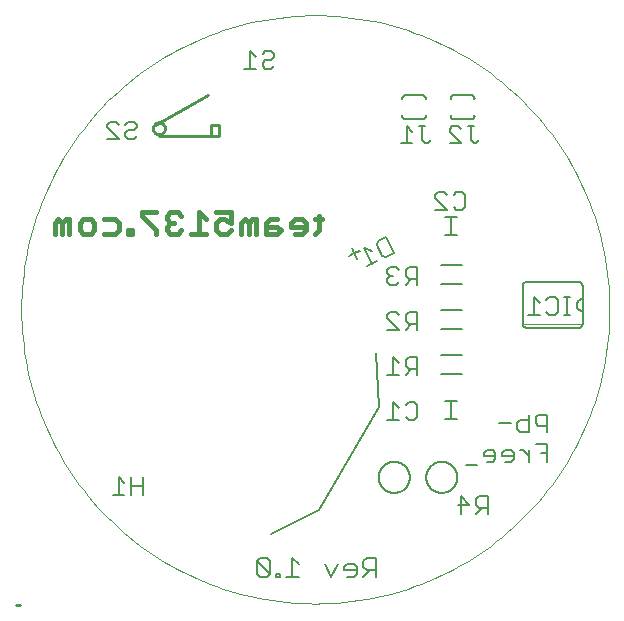
<source format=gbo>
G75*
%MOIN*%
%OFA0B0*%
%FSLAX25Y25*%
%IPPOS*%
%LPD*%
%AMOC8*
5,1,8,0,0,1.08239X$1,22.5*
%
%ADD10C,0.00197*%
%ADD11C,0.00800*%
%ADD12C,0.01600*%
%ADD13C,0.01000*%
%ADD14C,0.00500*%
%ADD15C,0.00600*%
%ADD16C,0.00200*%
D10*
X0003144Y0099925D02*
X0003174Y0102331D01*
X0003262Y0104735D01*
X0003410Y0107137D01*
X0003616Y0109534D01*
X0003881Y0111925D01*
X0004205Y0114309D01*
X0004587Y0116685D01*
X0005028Y0119050D01*
X0005526Y0121404D01*
X0006082Y0123745D01*
X0006695Y0126071D01*
X0007365Y0128382D01*
X0008092Y0130676D01*
X0008874Y0132951D01*
X0009713Y0135206D01*
X0010606Y0137440D01*
X0011554Y0139651D01*
X0012556Y0141839D01*
X0013611Y0144001D01*
X0014719Y0146136D01*
X0015880Y0148244D01*
X0017091Y0150323D01*
X0018353Y0152371D01*
X0019665Y0154388D01*
X0021026Y0156372D01*
X0022436Y0158322D01*
X0023893Y0160237D01*
X0025396Y0162115D01*
X0026945Y0163956D01*
X0028539Y0165759D01*
X0030176Y0167521D01*
X0031857Y0169243D01*
X0033579Y0170924D01*
X0035341Y0172561D01*
X0037144Y0174155D01*
X0038985Y0175704D01*
X0040863Y0177207D01*
X0042778Y0178664D01*
X0044728Y0180074D01*
X0046712Y0181435D01*
X0048729Y0182747D01*
X0050777Y0184009D01*
X0052856Y0185220D01*
X0054964Y0186381D01*
X0057099Y0187489D01*
X0059261Y0188544D01*
X0061449Y0189546D01*
X0063660Y0190494D01*
X0065894Y0191387D01*
X0068149Y0192226D01*
X0070424Y0193008D01*
X0072718Y0193735D01*
X0075029Y0194405D01*
X0077355Y0195018D01*
X0079696Y0195574D01*
X0082050Y0196072D01*
X0084415Y0196513D01*
X0086791Y0196895D01*
X0089175Y0197219D01*
X0091566Y0197484D01*
X0093963Y0197690D01*
X0096365Y0197838D01*
X0098769Y0197926D01*
X0101175Y0197956D01*
X0103581Y0197926D01*
X0105985Y0197838D01*
X0108387Y0197690D01*
X0110784Y0197484D01*
X0113175Y0197219D01*
X0115559Y0196895D01*
X0117935Y0196513D01*
X0120300Y0196072D01*
X0122654Y0195574D01*
X0124995Y0195018D01*
X0127321Y0194405D01*
X0129632Y0193735D01*
X0131926Y0193008D01*
X0134201Y0192226D01*
X0136456Y0191387D01*
X0138690Y0190494D01*
X0140901Y0189546D01*
X0143089Y0188544D01*
X0145251Y0187489D01*
X0147386Y0186381D01*
X0149494Y0185220D01*
X0151573Y0184009D01*
X0153621Y0182747D01*
X0155638Y0181435D01*
X0157622Y0180074D01*
X0159572Y0178664D01*
X0161487Y0177207D01*
X0163365Y0175704D01*
X0165206Y0174155D01*
X0167009Y0172561D01*
X0168771Y0170924D01*
X0170493Y0169243D01*
X0172174Y0167521D01*
X0173811Y0165759D01*
X0175405Y0163956D01*
X0176954Y0162115D01*
X0178457Y0160237D01*
X0179914Y0158322D01*
X0181324Y0156372D01*
X0182685Y0154388D01*
X0183997Y0152371D01*
X0185259Y0150323D01*
X0186470Y0148244D01*
X0187631Y0146136D01*
X0188739Y0144001D01*
X0189794Y0141839D01*
X0190796Y0139651D01*
X0191744Y0137440D01*
X0192637Y0135206D01*
X0193476Y0132951D01*
X0194258Y0130676D01*
X0194985Y0128382D01*
X0195655Y0126071D01*
X0196268Y0123745D01*
X0196824Y0121404D01*
X0197322Y0119050D01*
X0197763Y0116685D01*
X0198145Y0114309D01*
X0198469Y0111925D01*
X0198734Y0109534D01*
X0198940Y0107137D01*
X0199088Y0104735D01*
X0199176Y0102331D01*
X0199206Y0099925D01*
X0199176Y0097519D01*
X0199088Y0095115D01*
X0198940Y0092713D01*
X0198734Y0090316D01*
X0198469Y0087925D01*
X0198145Y0085541D01*
X0197763Y0083165D01*
X0197322Y0080800D01*
X0196824Y0078446D01*
X0196268Y0076105D01*
X0195655Y0073779D01*
X0194985Y0071468D01*
X0194258Y0069174D01*
X0193476Y0066899D01*
X0192637Y0064644D01*
X0191744Y0062410D01*
X0190796Y0060199D01*
X0189794Y0058011D01*
X0188739Y0055849D01*
X0187631Y0053714D01*
X0186470Y0051606D01*
X0185259Y0049527D01*
X0183997Y0047479D01*
X0182685Y0045462D01*
X0181324Y0043478D01*
X0179914Y0041528D01*
X0178457Y0039613D01*
X0176954Y0037735D01*
X0175405Y0035894D01*
X0173811Y0034091D01*
X0172174Y0032329D01*
X0170493Y0030607D01*
X0168771Y0028926D01*
X0167009Y0027289D01*
X0165206Y0025695D01*
X0163365Y0024146D01*
X0161487Y0022643D01*
X0159572Y0021186D01*
X0157622Y0019776D01*
X0155638Y0018415D01*
X0153621Y0017103D01*
X0151573Y0015841D01*
X0149494Y0014630D01*
X0147386Y0013469D01*
X0145251Y0012361D01*
X0143089Y0011306D01*
X0140901Y0010304D01*
X0138690Y0009356D01*
X0136456Y0008463D01*
X0134201Y0007624D01*
X0131926Y0006842D01*
X0129632Y0006115D01*
X0127321Y0005445D01*
X0124995Y0004832D01*
X0122654Y0004276D01*
X0120300Y0003778D01*
X0117935Y0003337D01*
X0115559Y0002955D01*
X0113175Y0002631D01*
X0110784Y0002366D01*
X0108387Y0002160D01*
X0105985Y0002012D01*
X0103581Y0001924D01*
X0101175Y0001894D01*
X0098769Y0001924D01*
X0096365Y0002012D01*
X0093963Y0002160D01*
X0091566Y0002366D01*
X0089175Y0002631D01*
X0086791Y0002955D01*
X0084415Y0003337D01*
X0082050Y0003778D01*
X0079696Y0004276D01*
X0077355Y0004832D01*
X0075029Y0005445D01*
X0072718Y0006115D01*
X0070424Y0006842D01*
X0068149Y0007624D01*
X0065894Y0008463D01*
X0063660Y0009356D01*
X0061449Y0010304D01*
X0059261Y0011306D01*
X0057099Y0012361D01*
X0054964Y0013469D01*
X0052856Y0014630D01*
X0050777Y0015841D01*
X0048729Y0017103D01*
X0046712Y0018415D01*
X0044728Y0019776D01*
X0042778Y0021186D01*
X0040863Y0022643D01*
X0038985Y0024146D01*
X0037144Y0025695D01*
X0035341Y0027289D01*
X0033579Y0028926D01*
X0031857Y0030607D01*
X0030176Y0032329D01*
X0028539Y0034091D01*
X0026945Y0035894D01*
X0025396Y0037735D01*
X0023893Y0039613D01*
X0022436Y0041528D01*
X0021026Y0043478D01*
X0019665Y0045462D01*
X0018353Y0047479D01*
X0017091Y0049527D01*
X0015880Y0051606D01*
X0014719Y0053714D01*
X0013611Y0055849D01*
X0012556Y0058011D01*
X0011554Y0060199D01*
X0010606Y0062410D01*
X0009713Y0064644D01*
X0008874Y0066899D01*
X0008092Y0069174D01*
X0007365Y0071468D01*
X0006695Y0073779D01*
X0006082Y0076105D01*
X0005526Y0078446D01*
X0005028Y0080800D01*
X0004587Y0083165D01*
X0004205Y0085541D01*
X0003881Y0087925D01*
X0003616Y0090316D01*
X0003410Y0092713D01*
X0003262Y0095115D01*
X0003174Y0097519D01*
X0003144Y0099925D01*
D11*
X0031684Y0156713D02*
X0035554Y0156713D01*
X0031684Y0160583D01*
X0031684Y0161550D01*
X0032652Y0162518D01*
X0034587Y0162518D01*
X0035554Y0161550D01*
X0037762Y0161550D02*
X0038729Y0162518D01*
X0040664Y0162518D01*
X0041631Y0161550D01*
X0041631Y0160583D01*
X0040664Y0159615D01*
X0038729Y0159615D01*
X0037762Y0158648D01*
X0037762Y0157680D01*
X0038729Y0156713D01*
X0040664Y0156713D01*
X0041631Y0157680D01*
X0077482Y0180119D02*
X0081352Y0180119D01*
X0079417Y0180119D02*
X0079417Y0185923D01*
X0081352Y0183988D01*
X0083559Y0184956D02*
X0084526Y0185923D01*
X0086461Y0185923D01*
X0087429Y0184956D01*
X0087429Y0183988D01*
X0086461Y0183021D01*
X0084526Y0183021D01*
X0083559Y0182053D01*
X0083559Y0181086D01*
X0084526Y0180119D01*
X0086461Y0180119D01*
X0087429Y0181086D01*
X0129637Y0155276D02*
X0133507Y0155276D01*
X0131572Y0155276D02*
X0131572Y0161081D01*
X0133507Y0159146D01*
X0135714Y0161081D02*
X0137649Y0161081D01*
X0136682Y0161081D02*
X0136682Y0156243D01*
X0137649Y0155276D01*
X0138617Y0155276D01*
X0139584Y0156243D01*
X0145887Y0155276D02*
X0149757Y0155276D01*
X0145887Y0159146D01*
X0145887Y0160113D01*
X0146855Y0161081D01*
X0148790Y0161081D01*
X0149757Y0160113D01*
X0151964Y0161081D02*
X0153899Y0161081D01*
X0152932Y0161081D02*
X0152932Y0156243D01*
X0153899Y0155276D01*
X0154867Y0155276D01*
X0155834Y0156243D01*
X0153400Y0163439D02*
X0147100Y0163439D01*
X0147100Y0163438D02*
X0147041Y0163452D01*
X0146983Y0163469D01*
X0146926Y0163490D01*
X0146870Y0163514D01*
X0146816Y0163542D01*
X0146764Y0163572D01*
X0146713Y0163606D01*
X0146665Y0163643D01*
X0146619Y0163682D01*
X0146576Y0163725D01*
X0146535Y0163769D01*
X0146497Y0163817D01*
X0146462Y0163866D01*
X0146430Y0163918D01*
X0146401Y0163971D01*
X0146375Y0164026D01*
X0146353Y0164082D01*
X0146334Y0164140D01*
X0146318Y0164199D01*
X0146307Y0164258D01*
X0146298Y0164318D01*
X0146294Y0164379D01*
X0146293Y0164439D01*
X0146296Y0164500D01*
X0146302Y0164560D01*
X0146312Y0164620D01*
X0146312Y0170132D02*
X0146302Y0170192D01*
X0146296Y0170252D01*
X0146293Y0170313D01*
X0146294Y0170373D01*
X0146298Y0170434D01*
X0146307Y0170494D01*
X0146318Y0170553D01*
X0146334Y0170612D01*
X0146353Y0170670D01*
X0146375Y0170726D01*
X0146401Y0170781D01*
X0146430Y0170834D01*
X0146462Y0170886D01*
X0146497Y0170935D01*
X0146535Y0170983D01*
X0146576Y0171027D01*
X0146619Y0171070D01*
X0146665Y0171109D01*
X0146713Y0171146D01*
X0146764Y0171180D01*
X0146816Y0171210D01*
X0146870Y0171238D01*
X0146926Y0171262D01*
X0146983Y0171283D01*
X0147041Y0171300D01*
X0147100Y0171314D01*
X0147100Y0171313D02*
X0153400Y0171313D01*
X0153400Y0171314D02*
X0153459Y0171300D01*
X0153517Y0171283D01*
X0153574Y0171262D01*
X0153630Y0171238D01*
X0153684Y0171210D01*
X0153736Y0171180D01*
X0153787Y0171146D01*
X0153835Y0171109D01*
X0153881Y0171070D01*
X0153924Y0171027D01*
X0153965Y0170983D01*
X0154003Y0170935D01*
X0154038Y0170886D01*
X0154070Y0170834D01*
X0154099Y0170781D01*
X0154125Y0170726D01*
X0154147Y0170670D01*
X0154166Y0170612D01*
X0154182Y0170553D01*
X0154193Y0170494D01*
X0154202Y0170434D01*
X0154206Y0170373D01*
X0154207Y0170313D01*
X0154204Y0170252D01*
X0154198Y0170192D01*
X0154188Y0170132D01*
X0154188Y0164620D02*
X0154198Y0164560D01*
X0154204Y0164500D01*
X0154207Y0164439D01*
X0154206Y0164379D01*
X0154202Y0164318D01*
X0154193Y0164258D01*
X0154182Y0164199D01*
X0154166Y0164140D01*
X0154147Y0164082D01*
X0154125Y0164026D01*
X0154099Y0163971D01*
X0154070Y0163918D01*
X0154038Y0163866D01*
X0154003Y0163817D01*
X0153965Y0163769D01*
X0153924Y0163725D01*
X0153881Y0163682D01*
X0153835Y0163643D01*
X0153787Y0163606D01*
X0153736Y0163572D01*
X0153684Y0163542D01*
X0153630Y0163514D01*
X0153574Y0163490D01*
X0153517Y0163469D01*
X0153459Y0163452D01*
X0153400Y0163438D01*
X0137150Y0163439D02*
X0130850Y0163439D01*
X0130850Y0163438D02*
X0130791Y0163452D01*
X0130733Y0163469D01*
X0130676Y0163490D01*
X0130620Y0163514D01*
X0130566Y0163542D01*
X0130514Y0163572D01*
X0130463Y0163606D01*
X0130415Y0163643D01*
X0130369Y0163682D01*
X0130326Y0163725D01*
X0130285Y0163769D01*
X0130247Y0163817D01*
X0130212Y0163866D01*
X0130180Y0163918D01*
X0130151Y0163971D01*
X0130125Y0164026D01*
X0130103Y0164082D01*
X0130084Y0164140D01*
X0130068Y0164199D01*
X0130057Y0164258D01*
X0130048Y0164318D01*
X0130044Y0164379D01*
X0130043Y0164439D01*
X0130046Y0164500D01*
X0130052Y0164560D01*
X0130062Y0164620D01*
X0130062Y0170132D02*
X0130052Y0170192D01*
X0130046Y0170252D01*
X0130043Y0170313D01*
X0130044Y0170373D01*
X0130048Y0170434D01*
X0130057Y0170494D01*
X0130068Y0170553D01*
X0130084Y0170612D01*
X0130103Y0170670D01*
X0130125Y0170726D01*
X0130151Y0170781D01*
X0130180Y0170834D01*
X0130212Y0170886D01*
X0130247Y0170935D01*
X0130285Y0170983D01*
X0130326Y0171027D01*
X0130369Y0171070D01*
X0130415Y0171109D01*
X0130463Y0171146D01*
X0130514Y0171180D01*
X0130566Y0171210D01*
X0130620Y0171238D01*
X0130676Y0171262D01*
X0130733Y0171283D01*
X0130791Y0171300D01*
X0130850Y0171314D01*
X0130850Y0171313D02*
X0137150Y0171313D01*
X0137150Y0171314D02*
X0137209Y0171300D01*
X0137267Y0171283D01*
X0137324Y0171262D01*
X0137380Y0171238D01*
X0137434Y0171210D01*
X0137486Y0171180D01*
X0137537Y0171146D01*
X0137585Y0171109D01*
X0137631Y0171070D01*
X0137674Y0171027D01*
X0137715Y0170983D01*
X0137753Y0170935D01*
X0137788Y0170886D01*
X0137820Y0170834D01*
X0137849Y0170781D01*
X0137875Y0170726D01*
X0137897Y0170670D01*
X0137916Y0170612D01*
X0137932Y0170553D01*
X0137943Y0170494D01*
X0137952Y0170434D01*
X0137956Y0170373D01*
X0137957Y0170313D01*
X0137954Y0170252D01*
X0137948Y0170192D01*
X0137938Y0170132D01*
X0137938Y0164620D02*
X0137948Y0164560D01*
X0137954Y0164500D01*
X0137957Y0164439D01*
X0137956Y0164379D01*
X0137952Y0164318D01*
X0137943Y0164258D01*
X0137932Y0164199D01*
X0137916Y0164140D01*
X0137897Y0164082D01*
X0137875Y0164026D01*
X0137849Y0163971D01*
X0137820Y0163918D01*
X0137788Y0163866D01*
X0137753Y0163817D01*
X0137715Y0163769D01*
X0137674Y0163725D01*
X0137631Y0163682D01*
X0137585Y0163643D01*
X0137537Y0163606D01*
X0137486Y0163572D01*
X0137434Y0163542D01*
X0137380Y0163514D01*
X0137324Y0163490D01*
X0137267Y0163469D01*
X0137209Y0163452D01*
X0137150Y0163438D01*
X0142120Y0138955D02*
X0144055Y0138955D01*
X0145023Y0137987D01*
X0147230Y0137987D02*
X0148198Y0138955D01*
X0150133Y0138955D01*
X0151100Y0137987D01*
X0151100Y0134117D01*
X0150133Y0133150D01*
X0148198Y0133150D01*
X0147230Y0134117D01*
X0145023Y0133150D02*
X0141153Y0137020D01*
X0141153Y0137987D01*
X0142120Y0138955D01*
X0141153Y0133150D02*
X0145023Y0133150D01*
X0135116Y0113955D02*
X0132213Y0113955D01*
X0131246Y0112987D01*
X0131246Y0111052D01*
X0132213Y0110085D01*
X0135116Y0110085D01*
X0135116Y0108150D02*
X0135116Y0113955D01*
X0133181Y0110085D02*
X0131246Y0108150D01*
X0129039Y0109117D02*
X0128071Y0108150D01*
X0126136Y0108150D01*
X0125169Y0109117D01*
X0125169Y0110085D01*
X0126136Y0111052D01*
X0127104Y0111052D01*
X0126136Y0111052D02*
X0125169Y0112020D01*
X0125169Y0112987D01*
X0126136Y0113955D01*
X0128071Y0113955D01*
X0129039Y0112987D01*
X0127214Y0118727D02*
X0124616Y0117432D01*
X0123319Y0117866D01*
X0121592Y0121329D01*
X0122026Y0122627D01*
X0124623Y0123922D01*
X0127214Y0118727D01*
X0121775Y0116015D02*
X0118312Y0114288D01*
X0120043Y0115152D02*
X0117453Y0120347D01*
X0120048Y0119478D01*
X0126136Y0098955D02*
X0125169Y0097987D01*
X0125169Y0097020D01*
X0129039Y0093150D01*
X0125169Y0093150D01*
X0126136Y0098955D02*
X0128071Y0098955D01*
X0129039Y0097987D01*
X0131246Y0097987D02*
X0131246Y0096052D01*
X0132213Y0095085D01*
X0135116Y0095085D01*
X0135116Y0093150D02*
X0135116Y0098955D01*
X0132213Y0098955D01*
X0131246Y0097987D01*
X0133181Y0095085D02*
X0131246Y0093150D01*
X0132213Y0083955D02*
X0131246Y0082987D01*
X0131246Y0081052D01*
X0132213Y0080085D01*
X0135116Y0080085D01*
X0135116Y0078150D02*
X0135116Y0083955D01*
X0132213Y0083955D01*
X0129039Y0082020D02*
X0127104Y0083955D01*
X0127104Y0078150D01*
X0129039Y0078150D02*
X0125169Y0078150D01*
X0131246Y0078150D02*
X0133181Y0080085D01*
X0134148Y0068955D02*
X0132213Y0068955D01*
X0131246Y0067987D01*
X0129039Y0067020D02*
X0127104Y0068955D01*
X0127104Y0063150D01*
X0129039Y0063150D02*
X0125169Y0063150D01*
X0131246Y0064117D02*
X0132213Y0063150D01*
X0134148Y0063150D01*
X0135116Y0064117D01*
X0135116Y0067987D01*
X0134148Y0068955D01*
X0151249Y0048220D02*
X0155119Y0048220D01*
X0158294Y0049187D02*
X0160229Y0049187D01*
X0161196Y0050155D01*
X0161196Y0052090D01*
X0160229Y0053057D01*
X0158294Y0053057D01*
X0157326Y0052090D01*
X0157326Y0051122D01*
X0161196Y0051122D01*
X0163403Y0051122D02*
X0167273Y0051122D01*
X0167273Y0050155D02*
X0167273Y0052090D01*
X0166306Y0053057D01*
X0164371Y0053057D01*
X0163403Y0052090D01*
X0163403Y0051122D01*
X0164371Y0049187D02*
X0166306Y0049187D01*
X0167273Y0050155D01*
X0169435Y0053057D02*
X0170403Y0053057D01*
X0172338Y0051122D01*
X0172338Y0049187D02*
X0172338Y0053057D01*
X0174545Y0054992D02*
X0178415Y0054992D01*
X0178415Y0049187D01*
X0178415Y0052090D02*
X0176480Y0052090D01*
X0178415Y0059087D02*
X0178415Y0064892D01*
X0175512Y0064892D01*
X0174545Y0063925D01*
X0174545Y0061990D01*
X0175512Y0061022D01*
X0178415Y0061022D01*
X0172338Y0059087D02*
X0169435Y0059087D01*
X0168468Y0060055D01*
X0168468Y0061990D01*
X0169435Y0062957D01*
X0172338Y0062957D01*
X0172338Y0064892D02*
X0172338Y0059087D01*
X0166261Y0061990D02*
X0162391Y0061990D01*
X0158600Y0037705D02*
X0155698Y0037705D01*
X0154730Y0036737D01*
X0154730Y0034802D01*
X0155698Y0033835D01*
X0158600Y0033835D01*
X0156665Y0033835D02*
X0154730Y0031900D01*
X0152523Y0034802D02*
X0148653Y0034802D01*
X0149620Y0031900D02*
X0149620Y0037705D01*
X0152523Y0034802D01*
X0158600Y0031900D02*
X0158600Y0037705D01*
X0172101Y0098150D02*
X0175971Y0098150D01*
X0174036Y0098150D02*
X0174036Y0103955D01*
X0175971Y0102020D01*
X0178179Y0102987D02*
X0179146Y0103955D01*
X0181081Y0103955D01*
X0182049Y0102987D01*
X0182049Y0099117D01*
X0181081Y0098150D01*
X0179146Y0098150D01*
X0178179Y0099117D01*
X0184165Y0098150D02*
X0186100Y0098150D01*
X0185133Y0098150D02*
X0185133Y0103955D01*
X0186100Y0103955D02*
X0184165Y0103955D01*
X0043600Y0043955D02*
X0043600Y0038150D01*
X0043600Y0041052D02*
X0039730Y0041052D01*
X0037523Y0042020D02*
X0035588Y0043955D01*
X0035588Y0038150D01*
X0037523Y0038150D02*
X0033653Y0038150D01*
X0039730Y0038150D02*
X0039730Y0043955D01*
D12*
X0039916Y0125050D02*
X0038681Y0125050D01*
X0038681Y0126284D01*
X0039916Y0126284D01*
X0039916Y0125050D01*
X0035772Y0126284D02*
X0035772Y0128753D01*
X0034538Y0129988D01*
X0030835Y0129988D01*
X0027485Y0128753D02*
X0027485Y0126284D01*
X0026251Y0125050D01*
X0023782Y0125050D01*
X0022548Y0126284D01*
X0022548Y0128753D01*
X0023782Y0129988D01*
X0026251Y0129988D01*
X0027485Y0128753D01*
X0030835Y0125050D02*
X0034538Y0125050D01*
X0035772Y0126284D01*
X0043265Y0131222D02*
X0048203Y0126284D01*
X0048203Y0125050D01*
X0051552Y0126284D02*
X0051552Y0127519D01*
X0052787Y0128753D01*
X0054021Y0128753D01*
X0052787Y0128753D02*
X0051552Y0129988D01*
X0051552Y0131222D01*
X0052787Y0132456D01*
X0055255Y0132456D01*
X0056490Y0131222D01*
X0056490Y0126284D02*
X0055255Y0125050D01*
X0052787Y0125050D01*
X0051552Y0126284D01*
X0048203Y0132456D02*
X0043265Y0132456D01*
X0043265Y0131222D01*
X0059839Y0125050D02*
X0064777Y0125050D01*
X0062308Y0125050D02*
X0062308Y0132456D01*
X0064777Y0129988D01*
X0068126Y0128753D02*
X0068126Y0126284D01*
X0069361Y0125050D01*
X0071830Y0125050D01*
X0073064Y0126284D01*
X0073064Y0128753D02*
X0070595Y0129988D01*
X0069361Y0129988D01*
X0068126Y0128753D01*
X0068126Y0132456D02*
X0073064Y0132456D01*
X0073064Y0128753D01*
X0076414Y0128753D02*
X0076414Y0125050D01*
X0078882Y0125050D02*
X0078882Y0128753D01*
X0077648Y0129988D01*
X0076414Y0128753D01*
X0078882Y0128753D02*
X0080117Y0129988D01*
X0081351Y0129988D01*
X0081351Y0125050D01*
X0084701Y0125050D02*
X0088404Y0125050D01*
X0089638Y0126284D01*
X0088404Y0127519D01*
X0084701Y0127519D01*
X0084701Y0128753D02*
X0084701Y0125050D01*
X0084701Y0128753D02*
X0085935Y0129988D01*
X0088404Y0129988D01*
X0092988Y0128753D02*
X0092988Y0127519D01*
X0097925Y0127519D01*
X0097925Y0128753D02*
X0096691Y0129988D01*
X0094222Y0129988D01*
X0092988Y0128753D01*
X0094222Y0125050D02*
X0096691Y0125050D01*
X0097925Y0126284D01*
X0097925Y0128753D01*
X0100981Y0129988D02*
X0103450Y0129988D01*
X0102216Y0131222D02*
X0102216Y0126284D01*
X0100981Y0125050D01*
X0019198Y0125050D02*
X0019198Y0129988D01*
X0017964Y0129988D01*
X0016729Y0128753D01*
X0015495Y0129988D01*
X0014260Y0128753D01*
X0014260Y0125050D01*
X0016729Y0125050D02*
X0016729Y0128753D01*
D13*
X0002750Y0001500D02*
X0001500Y0001500D01*
X0049000Y0157750D02*
X0066500Y0157750D01*
X0066500Y0161500D01*
X0069000Y0161500D01*
X0069000Y0157750D01*
X0066500Y0157750D01*
X0065250Y0171500D02*
X0047750Y0161500D01*
X0047000Y0160250D02*
X0047002Y0160339D01*
X0047008Y0160428D01*
X0047018Y0160517D01*
X0047032Y0160605D01*
X0047049Y0160692D01*
X0047071Y0160778D01*
X0047097Y0160864D01*
X0047126Y0160948D01*
X0047159Y0161031D01*
X0047195Y0161112D01*
X0047236Y0161192D01*
X0047279Y0161269D01*
X0047326Y0161345D01*
X0047377Y0161418D01*
X0047430Y0161489D01*
X0047487Y0161558D01*
X0047547Y0161624D01*
X0047610Y0161688D01*
X0047675Y0161748D01*
X0047743Y0161806D01*
X0047814Y0161860D01*
X0047887Y0161911D01*
X0047962Y0161959D01*
X0048039Y0162004D01*
X0048118Y0162045D01*
X0048199Y0162082D01*
X0048281Y0162116D01*
X0048365Y0162147D01*
X0048450Y0162173D01*
X0048536Y0162196D01*
X0048623Y0162214D01*
X0048711Y0162229D01*
X0048800Y0162240D01*
X0048889Y0162247D01*
X0048978Y0162250D01*
X0049067Y0162249D01*
X0049156Y0162244D01*
X0049244Y0162235D01*
X0049333Y0162222D01*
X0049420Y0162205D01*
X0049507Y0162185D01*
X0049593Y0162160D01*
X0049677Y0162132D01*
X0049760Y0162100D01*
X0049842Y0162064D01*
X0049922Y0162025D01*
X0050000Y0161982D01*
X0050076Y0161936D01*
X0050150Y0161886D01*
X0050222Y0161833D01*
X0050291Y0161777D01*
X0050358Y0161718D01*
X0050422Y0161656D01*
X0050483Y0161592D01*
X0050542Y0161524D01*
X0050597Y0161454D01*
X0050649Y0161382D01*
X0050698Y0161307D01*
X0050743Y0161231D01*
X0050785Y0161152D01*
X0050823Y0161072D01*
X0050858Y0160990D01*
X0050889Y0160906D01*
X0050917Y0160821D01*
X0050940Y0160735D01*
X0050960Y0160648D01*
X0050976Y0160561D01*
X0050988Y0160472D01*
X0050996Y0160384D01*
X0051000Y0160295D01*
X0051000Y0160205D01*
X0050996Y0160116D01*
X0050988Y0160028D01*
X0050976Y0159939D01*
X0050960Y0159852D01*
X0050940Y0159765D01*
X0050917Y0159679D01*
X0050889Y0159594D01*
X0050858Y0159510D01*
X0050823Y0159428D01*
X0050785Y0159348D01*
X0050743Y0159269D01*
X0050698Y0159193D01*
X0050649Y0159118D01*
X0050597Y0159046D01*
X0050542Y0158976D01*
X0050483Y0158908D01*
X0050422Y0158844D01*
X0050358Y0158782D01*
X0050291Y0158723D01*
X0050222Y0158667D01*
X0050150Y0158614D01*
X0050076Y0158564D01*
X0050000Y0158518D01*
X0049922Y0158475D01*
X0049842Y0158436D01*
X0049760Y0158400D01*
X0049677Y0158368D01*
X0049593Y0158340D01*
X0049507Y0158315D01*
X0049420Y0158295D01*
X0049333Y0158278D01*
X0049244Y0158265D01*
X0049156Y0158256D01*
X0049067Y0158251D01*
X0048978Y0158250D01*
X0048889Y0158253D01*
X0048800Y0158260D01*
X0048711Y0158271D01*
X0048623Y0158286D01*
X0048536Y0158304D01*
X0048450Y0158327D01*
X0048365Y0158353D01*
X0048281Y0158384D01*
X0048199Y0158418D01*
X0048118Y0158455D01*
X0048039Y0158496D01*
X0047962Y0158541D01*
X0047887Y0158589D01*
X0047814Y0158640D01*
X0047743Y0158694D01*
X0047675Y0158752D01*
X0047610Y0158812D01*
X0047547Y0158876D01*
X0047487Y0158942D01*
X0047430Y0159011D01*
X0047377Y0159082D01*
X0047326Y0159155D01*
X0047279Y0159231D01*
X0047236Y0159308D01*
X0047195Y0159388D01*
X0047159Y0159469D01*
X0047126Y0159552D01*
X0047097Y0159636D01*
X0047071Y0159722D01*
X0047049Y0159808D01*
X0047032Y0159895D01*
X0047018Y0159983D01*
X0047008Y0160072D01*
X0047002Y0160161D01*
X0047000Y0160250D01*
D14*
X0113294Y0120413D02*
X0114120Y0118591D01*
X0115941Y0119417D01*
X0114120Y0118591D02*
X0112298Y0117765D01*
X0114120Y0118591D02*
X0114946Y0116770D01*
X0144500Y0124750D02*
X0146500Y0124750D01*
X0148500Y0124750D01*
X0146500Y0124750D02*
X0146500Y0130750D01*
X0144500Y0130750D01*
X0146500Y0130750D02*
X0148500Y0130750D01*
X0121231Y0085561D02*
X0122391Y0067570D01*
X0102391Y0032929D01*
X0086231Y0024939D01*
X0122260Y0044000D02*
X0122262Y0044144D01*
X0122268Y0044287D01*
X0122278Y0044430D01*
X0122292Y0044573D01*
X0122310Y0044716D01*
X0122331Y0044858D01*
X0122357Y0044999D01*
X0122387Y0045140D01*
X0122420Y0045280D01*
X0122458Y0045418D01*
X0122499Y0045556D01*
X0122544Y0045692D01*
X0122592Y0045827D01*
X0122645Y0045961D01*
X0122701Y0046093D01*
X0122761Y0046224D01*
X0122824Y0046353D01*
X0122891Y0046480D01*
X0122961Y0046605D01*
X0123035Y0046729D01*
X0123112Y0046850D01*
X0123193Y0046969D01*
X0123277Y0047085D01*
X0123364Y0047200D01*
X0123454Y0047312D01*
X0123547Y0047421D01*
X0123643Y0047528D01*
X0123742Y0047632D01*
X0123844Y0047733D01*
X0123949Y0047831D01*
X0124056Y0047927D01*
X0124166Y0048019D01*
X0124279Y0048108D01*
X0124394Y0048195D01*
X0124511Y0048278D01*
X0124630Y0048357D01*
X0124752Y0048434D01*
X0124876Y0048507D01*
X0125001Y0048576D01*
X0125129Y0048642D01*
X0125258Y0048705D01*
X0125389Y0048763D01*
X0125522Y0048819D01*
X0125656Y0048870D01*
X0125792Y0048918D01*
X0125928Y0048962D01*
X0126066Y0049002D01*
X0126205Y0049039D01*
X0126345Y0049071D01*
X0126486Y0049100D01*
X0126627Y0049124D01*
X0126770Y0049145D01*
X0126912Y0049162D01*
X0127055Y0049175D01*
X0127199Y0049184D01*
X0127342Y0049189D01*
X0127486Y0049190D01*
X0127630Y0049187D01*
X0127773Y0049180D01*
X0127916Y0049169D01*
X0128059Y0049154D01*
X0128202Y0049135D01*
X0128343Y0049113D01*
X0128485Y0049086D01*
X0128625Y0049055D01*
X0128764Y0049021D01*
X0128903Y0048983D01*
X0129040Y0048940D01*
X0129176Y0048895D01*
X0129311Y0048845D01*
X0129444Y0048791D01*
X0129576Y0048734D01*
X0129706Y0048674D01*
X0129835Y0048610D01*
X0129962Y0048542D01*
X0130086Y0048471D01*
X0130209Y0048396D01*
X0130330Y0048318D01*
X0130448Y0048236D01*
X0130564Y0048152D01*
X0130678Y0048064D01*
X0130789Y0047973D01*
X0130898Y0047879D01*
X0131004Y0047782D01*
X0131107Y0047683D01*
X0131208Y0047580D01*
X0131305Y0047475D01*
X0131400Y0047367D01*
X0131492Y0047256D01*
X0131580Y0047143D01*
X0131666Y0047027D01*
X0131748Y0046909D01*
X0131827Y0046789D01*
X0131902Y0046667D01*
X0131974Y0046543D01*
X0132043Y0046417D01*
X0132108Y0046289D01*
X0132170Y0046159D01*
X0132228Y0046028D01*
X0132282Y0045895D01*
X0132332Y0045760D01*
X0132379Y0045624D01*
X0132422Y0045487D01*
X0132462Y0045349D01*
X0132497Y0045210D01*
X0132529Y0045070D01*
X0132556Y0044929D01*
X0132580Y0044787D01*
X0132600Y0044645D01*
X0132616Y0044502D01*
X0132628Y0044359D01*
X0132636Y0044215D01*
X0132640Y0044072D01*
X0132640Y0043928D01*
X0132636Y0043785D01*
X0132628Y0043641D01*
X0132616Y0043498D01*
X0132600Y0043355D01*
X0132580Y0043213D01*
X0132556Y0043071D01*
X0132529Y0042930D01*
X0132497Y0042790D01*
X0132462Y0042651D01*
X0132422Y0042513D01*
X0132379Y0042376D01*
X0132332Y0042240D01*
X0132282Y0042105D01*
X0132228Y0041972D01*
X0132170Y0041841D01*
X0132108Y0041711D01*
X0132043Y0041583D01*
X0131974Y0041457D01*
X0131902Y0041333D01*
X0131827Y0041211D01*
X0131748Y0041091D01*
X0131666Y0040973D01*
X0131580Y0040857D01*
X0131492Y0040744D01*
X0131400Y0040633D01*
X0131305Y0040525D01*
X0131208Y0040420D01*
X0131107Y0040317D01*
X0131004Y0040218D01*
X0130898Y0040121D01*
X0130789Y0040027D01*
X0130678Y0039936D01*
X0130564Y0039848D01*
X0130448Y0039764D01*
X0130330Y0039682D01*
X0130209Y0039604D01*
X0130086Y0039529D01*
X0129962Y0039458D01*
X0129835Y0039390D01*
X0129706Y0039326D01*
X0129576Y0039266D01*
X0129444Y0039209D01*
X0129311Y0039155D01*
X0129176Y0039105D01*
X0129040Y0039060D01*
X0128903Y0039017D01*
X0128764Y0038979D01*
X0128625Y0038945D01*
X0128485Y0038914D01*
X0128343Y0038887D01*
X0128202Y0038865D01*
X0128059Y0038846D01*
X0127916Y0038831D01*
X0127773Y0038820D01*
X0127630Y0038813D01*
X0127486Y0038810D01*
X0127342Y0038811D01*
X0127199Y0038816D01*
X0127055Y0038825D01*
X0126912Y0038838D01*
X0126770Y0038855D01*
X0126627Y0038876D01*
X0126486Y0038900D01*
X0126345Y0038929D01*
X0126205Y0038961D01*
X0126066Y0038998D01*
X0125928Y0039038D01*
X0125792Y0039082D01*
X0125656Y0039130D01*
X0125522Y0039181D01*
X0125389Y0039237D01*
X0125258Y0039295D01*
X0125129Y0039358D01*
X0125001Y0039424D01*
X0124876Y0039493D01*
X0124752Y0039566D01*
X0124630Y0039643D01*
X0124511Y0039722D01*
X0124394Y0039805D01*
X0124279Y0039892D01*
X0124166Y0039981D01*
X0124056Y0040073D01*
X0123949Y0040169D01*
X0123844Y0040267D01*
X0123742Y0040368D01*
X0123643Y0040472D01*
X0123547Y0040579D01*
X0123454Y0040688D01*
X0123364Y0040800D01*
X0123277Y0040915D01*
X0123193Y0041031D01*
X0123112Y0041150D01*
X0123035Y0041271D01*
X0122961Y0041395D01*
X0122891Y0041520D01*
X0122824Y0041647D01*
X0122761Y0041776D01*
X0122701Y0041907D01*
X0122645Y0042039D01*
X0122592Y0042173D01*
X0122544Y0042308D01*
X0122499Y0042444D01*
X0122458Y0042582D01*
X0122420Y0042720D01*
X0122387Y0042860D01*
X0122357Y0043001D01*
X0122331Y0043142D01*
X0122310Y0043284D01*
X0122292Y0043427D01*
X0122278Y0043570D01*
X0122268Y0043713D01*
X0122262Y0043856D01*
X0122260Y0044000D01*
X0138110Y0044000D02*
X0138112Y0044144D01*
X0138118Y0044287D01*
X0138128Y0044430D01*
X0138142Y0044573D01*
X0138160Y0044716D01*
X0138181Y0044858D01*
X0138207Y0044999D01*
X0138237Y0045140D01*
X0138270Y0045280D01*
X0138308Y0045418D01*
X0138349Y0045556D01*
X0138394Y0045692D01*
X0138442Y0045827D01*
X0138495Y0045961D01*
X0138551Y0046093D01*
X0138611Y0046224D01*
X0138674Y0046353D01*
X0138741Y0046480D01*
X0138811Y0046605D01*
X0138885Y0046729D01*
X0138962Y0046850D01*
X0139043Y0046969D01*
X0139127Y0047085D01*
X0139214Y0047200D01*
X0139304Y0047312D01*
X0139397Y0047421D01*
X0139493Y0047528D01*
X0139592Y0047632D01*
X0139694Y0047733D01*
X0139799Y0047831D01*
X0139906Y0047927D01*
X0140016Y0048019D01*
X0140129Y0048108D01*
X0140244Y0048195D01*
X0140361Y0048278D01*
X0140480Y0048357D01*
X0140602Y0048434D01*
X0140726Y0048507D01*
X0140851Y0048576D01*
X0140979Y0048642D01*
X0141108Y0048705D01*
X0141239Y0048763D01*
X0141372Y0048819D01*
X0141506Y0048870D01*
X0141642Y0048918D01*
X0141778Y0048962D01*
X0141916Y0049002D01*
X0142055Y0049039D01*
X0142195Y0049071D01*
X0142336Y0049100D01*
X0142477Y0049124D01*
X0142620Y0049145D01*
X0142762Y0049162D01*
X0142905Y0049175D01*
X0143049Y0049184D01*
X0143192Y0049189D01*
X0143336Y0049190D01*
X0143480Y0049187D01*
X0143623Y0049180D01*
X0143766Y0049169D01*
X0143909Y0049154D01*
X0144052Y0049135D01*
X0144193Y0049113D01*
X0144335Y0049086D01*
X0144475Y0049055D01*
X0144614Y0049021D01*
X0144753Y0048983D01*
X0144890Y0048940D01*
X0145026Y0048895D01*
X0145161Y0048845D01*
X0145294Y0048791D01*
X0145426Y0048734D01*
X0145556Y0048674D01*
X0145685Y0048610D01*
X0145812Y0048542D01*
X0145936Y0048471D01*
X0146059Y0048396D01*
X0146180Y0048318D01*
X0146298Y0048236D01*
X0146414Y0048152D01*
X0146528Y0048064D01*
X0146639Y0047973D01*
X0146748Y0047879D01*
X0146854Y0047782D01*
X0146957Y0047683D01*
X0147058Y0047580D01*
X0147155Y0047475D01*
X0147250Y0047367D01*
X0147342Y0047256D01*
X0147430Y0047143D01*
X0147516Y0047027D01*
X0147598Y0046909D01*
X0147677Y0046789D01*
X0147752Y0046667D01*
X0147824Y0046543D01*
X0147893Y0046417D01*
X0147958Y0046289D01*
X0148020Y0046159D01*
X0148078Y0046028D01*
X0148132Y0045895D01*
X0148182Y0045760D01*
X0148229Y0045624D01*
X0148272Y0045487D01*
X0148312Y0045349D01*
X0148347Y0045210D01*
X0148379Y0045070D01*
X0148406Y0044929D01*
X0148430Y0044787D01*
X0148450Y0044645D01*
X0148466Y0044502D01*
X0148478Y0044359D01*
X0148486Y0044215D01*
X0148490Y0044072D01*
X0148490Y0043928D01*
X0148486Y0043785D01*
X0148478Y0043641D01*
X0148466Y0043498D01*
X0148450Y0043355D01*
X0148430Y0043213D01*
X0148406Y0043071D01*
X0148379Y0042930D01*
X0148347Y0042790D01*
X0148312Y0042651D01*
X0148272Y0042513D01*
X0148229Y0042376D01*
X0148182Y0042240D01*
X0148132Y0042105D01*
X0148078Y0041972D01*
X0148020Y0041841D01*
X0147958Y0041711D01*
X0147893Y0041583D01*
X0147824Y0041457D01*
X0147752Y0041333D01*
X0147677Y0041211D01*
X0147598Y0041091D01*
X0147516Y0040973D01*
X0147430Y0040857D01*
X0147342Y0040744D01*
X0147250Y0040633D01*
X0147155Y0040525D01*
X0147058Y0040420D01*
X0146957Y0040317D01*
X0146854Y0040218D01*
X0146748Y0040121D01*
X0146639Y0040027D01*
X0146528Y0039936D01*
X0146414Y0039848D01*
X0146298Y0039764D01*
X0146180Y0039682D01*
X0146059Y0039604D01*
X0145936Y0039529D01*
X0145812Y0039458D01*
X0145685Y0039390D01*
X0145556Y0039326D01*
X0145426Y0039266D01*
X0145294Y0039209D01*
X0145161Y0039155D01*
X0145026Y0039105D01*
X0144890Y0039060D01*
X0144753Y0039017D01*
X0144614Y0038979D01*
X0144475Y0038945D01*
X0144335Y0038914D01*
X0144193Y0038887D01*
X0144052Y0038865D01*
X0143909Y0038846D01*
X0143766Y0038831D01*
X0143623Y0038820D01*
X0143480Y0038813D01*
X0143336Y0038810D01*
X0143192Y0038811D01*
X0143049Y0038816D01*
X0142905Y0038825D01*
X0142762Y0038838D01*
X0142620Y0038855D01*
X0142477Y0038876D01*
X0142336Y0038900D01*
X0142195Y0038929D01*
X0142055Y0038961D01*
X0141916Y0038998D01*
X0141778Y0039038D01*
X0141642Y0039082D01*
X0141506Y0039130D01*
X0141372Y0039181D01*
X0141239Y0039237D01*
X0141108Y0039295D01*
X0140979Y0039358D01*
X0140851Y0039424D01*
X0140726Y0039493D01*
X0140602Y0039566D01*
X0140480Y0039643D01*
X0140361Y0039722D01*
X0140244Y0039805D01*
X0140129Y0039892D01*
X0140016Y0039981D01*
X0139906Y0040073D01*
X0139799Y0040169D01*
X0139694Y0040267D01*
X0139592Y0040368D01*
X0139493Y0040472D01*
X0139397Y0040579D01*
X0139304Y0040688D01*
X0139214Y0040800D01*
X0139127Y0040915D01*
X0139043Y0041031D01*
X0138962Y0041150D01*
X0138885Y0041271D01*
X0138811Y0041395D01*
X0138741Y0041520D01*
X0138674Y0041647D01*
X0138611Y0041776D01*
X0138551Y0041907D01*
X0138495Y0042039D01*
X0138442Y0042173D01*
X0138394Y0042308D01*
X0138349Y0042444D01*
X0138308Y0042582D01*
X0138270Y0042720D01*
X0138237Y0042860D01*
X0138207Y0043001D01*
X0138181Y0043142D01*
X0138160Y0043284D01*
X0138142Y0043427D01*
X0138128Y0043570D01*
X0138118Y0043713D01*
X0138112Y0043856D01*
X0138110Y0044000D01*
X0144500Y0063500D02*
X0146500Y0063500D01*
X0146500Y0069500D01*
X0148500Y0069500D01*
X0146500Y0069500D02*
X0144500Y0069500D01*
X0146500Y0063500D02*
X0148500Y0063500D01*
D15*
X0149996Y0078350D02*
X0142906Y0078350D01*
X0142906Y0084650D02*
X0149996Y0084650D01*
X0150094Y0093350D02*
X0143004Y0093350D01*
X0143004Y0099650D02*
X0150094Y0099650D01*
X0149996Y0108350D02*
X0142906Y0108350D01*
X0142906Y0114650D02*
X0149996Y0114650D01*
X0170250Y0107700D02*
X0170250Y0095300D01*
X0170252Y0095224D01*
X0170258Y0095148D01*
X0170267Y0095073D01*
X0170281Y0094998D01*
X0170298Y0094924D01*
X0170319Y0094851D01*
X0170343Y0094779D01*
X0170372Y0094708D01*
X0170403Y0094639D01*
X0170438Y0094572D01*
X0170477Y0094507D01*
X0170519Y0094443D01*
X0170564Y0094382D01*
X0170612Y0094323D01*
X0170663Y0094267D01*
X0170717Y0094213D01*
X0170773Y0094162D01*
X0170832Y0094114D01*
X0170893Y0094069D01*
X0170957Y0094027D01*
X0171022Y0093988D01*
X0171089Y0093953D01*
X0171158Y0093922D01*
X0171229Y0093893D01*
X0171301Y0093869D01*
X0171374Y0093848D01*
X0171448Y0093831D01*
X0171523Y0093817D01*
X0171598Y0093808D01*
X0171674Y0093802D01*
X0171750Y0093800D01*
X0188750Y0093800D01*
X0188826Y0093802D01*
X0188902Y0093808D01*
X0188977Y0093817D01*
X0189052Y0093831D01*
X0189126Y0093848D01*
X0189199Y0093869D01*
X0189271Y0093893D01*
X0189342Y0093922D01*
X0189411Y0093953D01*
X0189478Y0093988D01*
X0189543Y0094027D01*
X0189607Y0094069D01*
X0189668Y0094114D01*
X0189727Y0094162D01*
X0189783Y0094213D01*
X0189837Y0094267D01*
X0189888Y0094323D01*
X0189936Y0094382D01*
X0189981Y0094443D01*
X0190023Y0094507D01*
X0190062Y0094572D01*
X0190097Y0094639D01*
X0190128Y0094708D01*
X0190157Y0094779D01*
X0190181Y0094851D01*
X0190202Y0094924D01*
X0190219Y0094998D01*
X0190233Y0095073D01*
X0190242Y0095148D01*
X0190248Y0095224D01*
X0190250Y0095300D01*
X0190250Y0107700D01*
X0190248Y0107776D01*
X0190242Y0107852D01*
X0190233Y0107927D01*
X0190219Y0108002D01*
X0190202Y0108076D01*
X0190181Y0108149D01*
X0190157Y0108221D01*
X0190128Y0108292D01*
X0190097Y0108361D01*
X0190062Y0108428D01*
X0190023Y0108493D01*
X0189981Y0108557D01*
X0189936Y0108618D01*
X0189888Y0108677D01*
X0189837Y0108733D01*
X0189783Y0108787D01*
X0189727Y0108838D01*
X0189668Y0108886D01*
X0189607Y0108931D01*
X0189543Y0108973D01*
X0189478Y0109012D01*
X0189411Y0109047D01*
X0189342Y0109078D01*
X0189271Y0109107D01*
X0189199Y0109131D01*
X0189126Y0109152D01*
X0189052Y0109169D01*
X0188977Y0109183D01*
X0188902Y0109192D01*
X0188826Y0109198D01*
X0188750Y0109200D01*
X0171750Y0109200D01*
X0171674Y0109198D01*
X0171598Y0109192D01*
X0171523Y0109183D01*
X0171448Y0109169D01*
X0171374Y0109152D01*
X0171301Y0109131D01*
X0171229Y0109107D01*
X0171158Y0109078D01*
X0171089Y0109047D01*
X0171022Y0109012D01*
X0170957Y0108973D01*
X0170893Y0108931D01*
X0170832Y0108886D01*
X0170773Y0108838D01*
X0170717Y0108787D01*
X0170663Y0108733D01*
X0170612Y0108677D01*
X0170564Y0108618D01*
X0170519Y0108557D01*
X0170477Y0108493D01*
X0170438Y0108428D01*
X0170403Y0108361D01*
X0170372Y0108292D01*
X0170343Y0108221D01*
X0170319Y0108149D01*
X0170298Y0108076D01*
X0170281Y0108002D01*
X0170267Y0107927D01*
X0170258Y0107852D01*
X0170252Y0107776D01*
X0170250Y0107700D01*
X0190250Y0103500D02*
X0190162Y0103498D01*
X0190073Y0103492D01*
X0189985Y0103482D01*
X0189898Y0103469D01*
X0189811Y0103451D01*
X0189725Y0103430D01*
X0189640Y0103405D01*
X0189557Y0103376D01*
X0189474Y0103343D01*
X0189394Y0103307D01*
X0189315Y0103268D01*
X0189237Y0103225D01*
X0189162Y0103178D01*
X0189089Y0103128D01*
X0189018Y0103075D01*
X0188949Y0103019D01*
X0188883Y0102960D01*
X0188820Y0102898D01*
X0188760Y0102834D01*
X0188702Y0102767D01*
X0188648Y0102697D01*
X0188596Y0102625D01*
X0188548Y0102551D01*
X0188503Y0102474D01*
X0188462Y0102396D01*
X0188424Y0102316D01*
X0188390Y0102235D01*
X0188359Y0102152D01*
X0188332Y0102067D01*
X0188309Y0101982D01*
X0188290Y0101896D01*
X0188274Y0101808D01*
X0188262Y0101721D01*
X0188254Y0101633D01*
X0188250Y0101544D01*
X0188250Y0101456D01*
X0188254Y0101367D01*
X0188262Y0101279D01*
X0188274Y0101192D01*
X0188290Y0101104D01*
X0188309Y0101018D01*
X0188332Y0100933D01*
X0188359Y0100848D01*
X0188390Y0100765D01*
X0188424Y0100684D01*
X0188462Y0100604D01*
X0188503Y0100526D01*
X0188548Y0100449D01*
X0188596Y0100375D01*
X0188648Y0100303D01*
X0188702Y0100233D01*
X0188760Y0100166D01*
X0188820Y0100102D01*
X0188883Y0100040D01*
X0188949Y0099981D01*
X0189018Y0099925D01*
X0189089Y0099872D01*
X0189162Y0099822D01*
X0189237Y0099775D01*
X0189315Y0099732D01*
X0189394Y0099693D01*
X0189474Y0099657D01*
X0189557Y0099624D01*
X0189640Y0099595D01*
X0189725Y0099570D01*
X0189811Y0099549D01*
X0189898Y0099531D01*
X0189985Y0099518D01*
X0190073Y0099508D01*
X0190162Y0099502D01*
X0190250Y0099500D01*
X0121450Y0017205D02*
X0118247Y0017205D01*
X0117180Y0016138D01*
X0117180Y0014003D01*
X0118247Y0012935D01*
X0121450Y0012935D01*
X0121450Y0010800D02*
X0121450Y0017205D01*
X0119315Y0012935D02*
X0117180Y0010800D01*
X0115005Y0011868D02*
X0115005Y0014003D01*
X0113937Y0015070D01*
X0111802Y0015070D01*
X0110734Y0014003D01*
X0110734Y0012935D01*
X0115005Y0012935D01*
X0115005Y0011868D02*
X0113937Y0010800D01*
X0111802Y0010800D01*
X0108559Y0015070D02*
X0106424Y0010800D01*
X0104289Y0015070D01*
X0095668Y0015070D02*
X0093533Y0017205D01*
X0093533Y0010800D01*
X0095668Y0010800D02*
X0091398Y0010800D01*
X0089223Y0010800D02*
X0088155Y0010800D01*
X0088155Y0011868D01*
X0089223Y0011868D01*
X0089223Y0010800D01*
X0086000Y0011868D02*
X0081729Y0016138D01*
X0081729Y0011868D01*
X0082797Y0010800D01*
X0084932Y0010800D01*
X0086000Y0011868D01*
X0086000Y0016138D01*
X0084932Y0017205D01*
X0082797Y0017205D01*
X0081729Y0016138D01*
D16*
X0170250Y0095200D02*
X0190250Y0095200D01*
M02*

</source>
